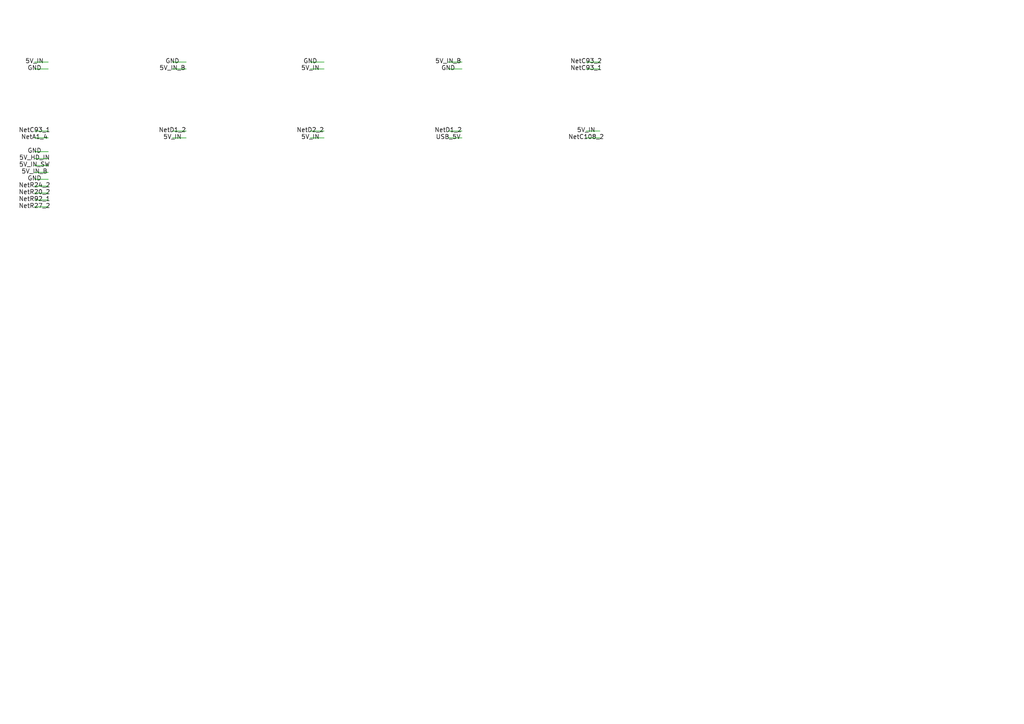
<source format=kicad_sch>
(kicad_sch
  (version 20231120)
  (generator "open_mmwave")
  (generator_version "8.0")
  (uuid "6b94fcd2-1aa1-4829-ba7a-ea44f5765920")
  (paper "A4")

  (symbol
    (lib_id "open_mmwave:CAP")
    (at 20 20 0)
    (uuid "124225fb-2078-45c3-b3c8-eb83abb86283")
    (property "Reference" "C1"
      (at 20 18 0)
      (effects (font (size 1.27 1.27))))
    (property "Value" "10uF"
      (at 20 22 0)
      (effects (font (size 1.27 1.27))))
    (property "Footprint" "open_mmwave:0402"
      (at 20 24 0)
      (effects (font (size 1.27 1.27)) hide))
  )
  (wire
    (pts (xy 14 20) (xy 10 20))
    (uuid "1ddc9310-1a64-429f-9a23-f301206585d3"))
  (label "GND"
    (at 10 20 0)
    (uuid "6b447809-9b65-4e39-ae83-6f4d298d78cb")
    (effects (font (size 1.27 1.27))))
  (wire
    (pts (xy 14 18) (xy 10 18))
    (uuid "48513a3e-842c-4cd0-bb4b-7181f34074ad"))
  (label "5V_IN"
    (at 10 18 0)
    (uuid "01b09291-eb75-4144-b1b0-6de90d7aa7bb")
    (effects (font (size 1.27 1.27))))
  (symbol
    (lib_id "open_mmwave:CAP")
    (at 60 20 0)
    (uuid "29782509-0796-4566-aada-7ac3abd1e1d7")
    (property "Reference" "C122"
      (at 60 18 0)
      (effects (font (size 1.27 1.27))))
    (property "Value" "10uF"
      (at 60 22 0)
      (effects (font (size 1.27 1.27))))
    (property "Footprint" "open_mmwave:0402"
      (at 60 24 0)
      (effects (font (size 1.27 1.27)) hide))
  )
  (wire
    (pts (xy 54 20) (xy 50 20))
    (uuid "7096ca7e-59f4-43ce-a371-b23eca85b4f3"))
  (label "5V_IN_B"
    (at 50 20 0)
    (uuid "41f75a23-7e3e-40c9-8cf9-567d543bb54c")
    (effects (font (size 1.27 1.27))))
  (wire
    (pts (xy 54 18) (xy 50 18))
    (uuid "83514312-c01e-484a-8951-18370a32b154"))
  (label "GND"
    (at 50 18 0)
    (uuid "b7d198e4-b700-430b-9432-6cc1c98eef3f")
    (effects (font (size 1.27 1.27))))
  (symbol
    (lib_id "open_mmwave:CAP")
    (at 100 20 0)
    (uuid "3fbffab5-e35f-470b-b4d5-4abd60a8cc2b")
    (property "Reference" "C4"
      (at 100 18 0)
      (effects (font (size 1.27 1.27))))
    (property "Value" "10uF"
      (at 100 22 0)
      (effects (font (size 1.27 1.27))))
    (property "Footprint" "open_mmwave:0402"
      (at 100 24 0)
      (effects (font (size 1.27 1.27)) hide))
  )
  (wire
    (pts (xy 94 20) (xy 90 20))
    (uuid "eac48ffc-3279-4cff-a015-9673d43d2604"))
  (label "5V_IN"
    (at 90 20 0)
    (uuid "24977a3d-2272-4c81-aa75-daa39a0423ac")
    (effects (font (size 1.27 1.27))))
  (wire
    (pts (xy 94 18) (xy 90 18))
    (uuid "6ee7a6a9-c898-4bd2-b517-cdd90d69c88e"))
  (label "GND"
    (at 90 18 0)
    (uuid "a0645de6-8eac-47a6-9cb6-edda546ce67c")
    (effects (font (size 1.27 1.27))))
  (symbol
    (lib_id "open_mmwave:CAP")
    (at 140 20 0)
    (uuid "c658838c-57b4-4130-8102-2bac025a2fe5")
    (property "Reference" "C42"
      (at 140 18 0)
      (effects (font (size 1.27 1.27))))
    (property "Value" "10uF"
      (at 140 22 0)
      (effects (font (size 1.27 1.27))))
    (property "Footprint" "open_mmwave:0402"
      (at 140 24 0)
      (effects (font (size 1.27 1.27)) hide))
  )
  (wire
    (pts (xy 134 20) (xy 130 20))
    (uuid "66dc94a2-8e6e-4598-95a2-1b87c1782bee"))
  (label "GND"
    (at 130 20 0)
    (uuid "d0cd3ec5-015c-4525-9bd8-2b14a7e7e6b5")
    (effects (font (size 1.27 1.27))))
  (wire
    (pts (xy 134 18) (xy 130 18))
    (uuid "73b1977a-edf8-4a05-94b1-4620cd5d9135"))
  (label "5V_IN_B"
    (at 130 18 0)
    (uuid "b0d237c2-54e2-4e42-a229-cdbc147df7c7")
    (effects (font (size 1.27 1.27))))
  (symbol
    (lib_id "open_mmwave:CAP")
    (at 180 20 0)
    (uuid "4d1a93a5-d9d2-4a76-a4b3-19d9ff78668f")
    (property "Reference" "C93"
      (at 180 18 0)
      (effects (font (size 1.27 1.27))))
    (property "Value" "12pF"
      (at 180 22 0)
      (effects (font (size 1.27 1.27))))
    (property "Footprint" "open_mmwave:0402"
      (at 180 24 0)
      (effects (font (size 1.27 1.27)) hide))
  )
  (wire
    (pts (xy 174 20) (xy 170 20))
    (uuid "e9145afd-0a2e-47b4-9d71-a61ea077bf54"))
  (label "NetC93_1"
    (at 170 20 0)
    (uuid "852849d2-6667-4194-ac22-46fa300b11fd")
    (effects (font (size 1.27 1.27))))
  (wire
    (pts (xy 174 18) (xy 170 18))
    (uuid "6eb1a952-4272-4af8-8f57-eedcc63bdcac"))
  (label "NetC93_2"
    (at 170 18 0)
    (uuid "a366d3b5-2a69-48cd-89a8-2dc996409c57")
    (effects (font (size 1.27 1.27))))
  (symbol
    (lib_id "open_mmwave:CAP")
    (at 20 40 0)
    (uuid "cc6f749d-b2fc-48a4-b8d4-3ff6a4a9ca9b")
    (property "Reference" "C99"
      (at 20 38 0)
      (effects (font (size 1.27 1.27))))
    (property "Value" "1.8pF"
      (at 20 42 0)
      (effects (font (size 1.27 1.27))))
    (property "Footprint" "open_mmwave:0402"
      (at 20 44 0)
      (effects (font (size 1.27 1.27)) hide))
  )
  (wire
    (pts (xy 14 40) (xy 10 40))
    (uuid "ffe0536c-cf76-4271-b283-6c1ae75e4551"))
  (label "NetA1_4"
    (at 10 40 0)
    (uuid "331d6f9b-06f1-41ae-a5cf-05913cd1bec4")
    (effects (font (size 1.27 1.27))))
  (wire
    (pts (xy 14 38) (xy 10 38))
    (uuid "5450d434-77cd-4f30-a656-e7b2b9f3096e"))
  (label "NetC93_1"
    (at 10 38 0)
    (uuid "7d19968c-4402-411f-9e2f-22fae99f43f0")
    (effects (font (size 1.27 1.27))))
  (symbol
    (lib_id "open_mmwave:DIODE")
    (at 60 40 0)
    (uuid "a708f498-b533-4a24-ab56-146fa2651c64")
    (property "Reference" "D1"
      (at 60 38 0)
      (effects (font (size 1.27 1.27))))
    (property "Value" "D1"
      (at 60 42 0)
      (effects (font (size 1.27 1.27))))
    (property "Footprint" "open_mmwave:SOT-23"
      (at 60 44 0)
      (effects (font (size 1.27 1.27)) hide))
  )
  (wire
    (pts (xy 54 40) (xy 50 40))
    (uuid "6997bfdf-75db-496b-b7a1-57de3f84448e"))
  (label "5V_IN"
    (at 50 40 0)
    (uuid "4517859c-fa28-4627-bfc1-460b241501ae")
    (effects (font (size 1.27 1.27))))
  (wire
    (pts (xy 54 38) (xy 50 38))
    (uuid "88b82483-9dad-4310-b06f-c2d261ee5f9b"))
  (label "NetD1_2"
    (at 50 38 0)
    (uuid "897de662-cc02-4dc0-b985-15a8f567b260")
    (effects (font (size 1.27 1.27))))
  (symbol
    (lib_id "open_mmwave:DIODE")
    (at 100 40 0)
    (uuid "57a3fde7-3fee-464b-a9fd-35ed14b1e447")
    (property "Reference" "D2"
      (at 100 38 0)
      (effects (font (size 1.27 1.27))))
    (property "Value" "D2"
      (at 100 42 0)
      (effects (font (size 1.27 1.27))))
    (property "Footprint" "open_mmwave:SOT-23"
      (at 100 44 0)
      (effects (font (size 1.27 1.27)) hide))
  )
  (wire
    (pts (xy 94 40) (xy 90 40))
    (uuid "1ee16955-84d0-4dad-bd08-603dfe1674ef"))
  (label "5V_IN"
    (at 90 40 0)
    (uuid "5c65bee4-edcb-45a4-86f9-4ef60f996164")
    (effects (font (size 1.27 1.27))))
  (wire
    (pts (xy 94 38) (xy 90 38))
    (uuid "91042e1b-526b-420d-91b7-11fdaa4e8b6a"))
  (label "NetD2_2"
    (at 90 38 0)
    (uuid "a413b730-6c63-4ea9-b6ec-a4977ff76bd3")
    (effects (font (size 1.27 1.27))))
  (symbol
    (lib_id "open_mmwave:FERRITE")
    (at 140 40 0)
    (uuid "6af50751-1896-40bd-a144-7d95918a0a80")
    (property "Reference" "FL2"
      (at 140 38 0)
      (effects (font (size 1.27 1.27))))
    (property "Value" "FL2"
      (at 140 42 0)
      (effects (font (size 1.27 1.27))))
    (property "Footprint" "open_mmwave:GENERIC"
      (at 140 44 0)
      (effects (font (size 1.27 1.27)) hide))
  )
  (wire
    (pts (xy 134 40) (xy 130 40))
    (uuid "f8a99703-90fd-4583-8a5d-9215059373c1"))
  (label "USB_5V"
    (at 130 40 0)
    (uuid "d2d7e0d8-86f9-4878-9c22-566c9f26cf93")
    (effects (font (size 1.27 1.27))))
  (wire
    (pts (xy 134 38) (xy 130 38))
    (uuid "86efabb8-4666-4a4a-b0b7-0a7f8d89d229"))
  (label "NetD1_2"
    (at 130 38 0)
    (uuid "b0127cfa-f151-45ca-a352-9f5d48a3ac9a")
    (effects (font (size 1.27 1.27))))
  (symbol
    (lib_id "open_mmwave:FERRITE")
    (at 180 40 0)
    (uuid "56e43093-5d72-442a-84f8-6df49a68f744")
    (property "Reference" "FL3"
      (at 180 38 0)
      (effects (font (size 1.27 1.27))))
    (property "Value" "FL3"
      (at 180 42 0)
      (effects (font (size 1.27 1.27))))
    (property "Footprint" "open_mmwave:GENERIC"
      (at 180 44 0)
      (effects (font (size 1.27 1.27)) hide))
  )
  (wire
    (pts (xy 174 40) (xy 170 40))
    (uuid "b804832f-2097-4820-a67a-7b7861022a78"))
  (label "NetC108_2"
    (at 170 40 0)
    (uuid "7b3d5577-bad3-458a-9c13-8a21ba073ced")
    (effects (font (size 1.27 1.27))))
  (wire
    (pts (xy 174 38) (xy 170 38))
    (uuid "f46179ab-7b22-4323-ab55-7ce69a2447f4"))
  (label "5V_IN"
    (at 170 38 0)
    (uuid "0000e926-27a8-4e26-b771-a0da22106803")
    (effects (font (size 1.27 1.27))))
  (symbol
    (lib_id "open_mmwave:TPS2115A")
    (at 20 60 0)
    (uuid "ced164b4-7525-4947-911e-9300a359f730")
    (property "Reference" "U19"
      (at 20 58 0)
      (effects (font (size 1.27 1.27))))
    (property "Value" "U19"
      (at 20 62 0)
      (effects (font (size 1.27 1.27))))
    (property "Footprint" "open_mmwave:SOIC-8"
      (at 20 64 0)
      (effects (font (size 1.27 1.27)) hide))
  )
  (wire
    (pts (xy 14 60) (xy 10 60))
    (uuid "e986a78e-72bf-4435-b576-d635259f796c"))
  (label "NetR27_2"
    (at 10 60 0)
    (uuid "1fe05128-9275-4710-853a-7d09f43785ba")
    (effects (font (size 1.27 1.27))))
  (wire
    (pts (xy 14 58) (xy 10 58))
    (uuid "59d14fe9-6fc6-42d2-998b-0b21fe3ecdb1"))
  (label "NetR92_1"
    (at 10 58 0)
    (uuid "92e2924b-ad78-4264-b31c-82a268893478")
    (effects (font (size 1.27 1.27))))
  (wire
    (pts (xy 14 56) (xy 10 56))
    (uuid "8698403a-a1b4-42c2-9c67-7d8b43f35b6a"))
  (label "NetR20_2"
    (at 10 56 0)
    (uuid "e2ffba66-503e-44cc-a265-229d68fbb79c")
    (effects (font (size 1.27 1.27))))
  (wire
    (pts (xy 14 54) (xy 10 54))
    (uuid "72bcfd4d-51f4-44fe-9efe-1a7b9f7744cf"))
  (label "NetR24_2"
    (at 10 54 0)
    (uuid "1b9ac07a-9c27-445f-a7af-10a44b38f302")
    (effects (font (size 1.27 1.27))))
  (wire
    (pts (xy 14 52) (xy 10 52))
    (uuid "5febb26a-e671-45df-b02d-520f69302c11"))
  (label "GND"
    (at 10 52 0)
    (uuid "1482a7f3-8a7e-498b-b44c-e12b4a7524d2")
    (effects (font (size 1.27 1.27))))
  (wire
    (pts (xy 14 50) (xy 10 50))
    (uuid "20844db4-cc9f-45b8-bf58-fcb6ff5ec09f"))
  (label "5V_IN_B"
    (at 10 50 0)
    (uuid "c854f28f-df0b-4cd7-a4af-f8172bd69b57")
    (effects (font (size 1.27 1.27))))
  (wire
    (pts (xy 14 48) (xy 10 48))
    (uuid "52b7d25c-eb93-4e87-a2de-8627cc61d43d"))
  (label "5V_IN_SW"
    (at 10 48 0)
    (uuid "6f5abe36-7a22-49b1-897c-42fea1cdf496")
    (effects (font (size 1.27 1.27))))
  (wire
    (pts (xy 14 46) (xy 10 46))
    (uuid "99374edf-e863-4661-acf9-6158a8e53733"))
  (label "5V_HD_IN"
    (at 10 46 0)
    (uuid "c5751c7d-be39-44e3-8bc9-a1c164384257")
    (effects (font (size 1.27 1.27))))
  (wire
    (pts (xy 14 44) (xy 10 44))
    (uuid "9763d292-1b62-4bcb-9aa4-4feb2dac6199"))
  (label "GND"
    (at 10 44 0)
    (uuid "4712f1bd-12b5-41db-b62e-deb47fda55a0")
    (effects (font (size 1.27 1.27))))
  (symbol
    (lib_id "open_mmwave:PWR_FLAG")
    (at 20 260 0)
    (uuid "9af02ddc-5fcb-4703-915d-6863b4df7704")
    (property "Reference" "#PWR000"
      (at 20 258 0)
      (effects (font (size 1.27 1.27)) hide))
    (property "Value" "PWR_FLAG"
      (at 20 262 0)
      (effects (font (size 1.27 1.27))))
  )
  (label "5V_HD_IN"
    (at 24 260 0)
    (uuid "27fe4320-395e-427c-81cf-18a9776b9c36")
    (effects (font (size 1.27 1.27))))
  (symbol
    (lib_id "open_mmwave:PWR_FLAG")
    (at 35 260 0)
    (uuid "71b1b06e-7cbb-4a53-80f3-bfe0ee4dd62d")
    (property "Reference" "#PWR001"
      (at 35 258 0)
      (effects (font (size 1.27 1.27)) hide))
    (property "Value" "PWR_FLAG"
      (at 35 262 0)
      (effects (font (size 1.27 1.27))))
  )
  (label "5V_IN"
    (at 39 260 0)
    (uuid "fce19833-1af6-4172-b571-e96ecdebc0c8")
    (effects (font (size 1.27 1.27))))
  (symbol
    (lib_id "open_mmwave:PWR_FLAG")
    (at 50 260 0)
    (uuid "bc43055d-53be-4124-af6b-1f3b3049277f")
    (property "Reference" "#PWR002"
      (at 50 258 0)
      (effects (font (size 1.27 1.27)) hide))
    (property "Value" "PWR_FLAG"
      (at 50 262 0)
      (effects (font (size 1.27 1.27))))
  )
  (label "5V_IN_B"
    (at 54 260 0)
    (uuid "9e1af490-cec5-45fa-be8c-010268ccf214")
    (effects (font (size 1.27 1.27))))
  (symbol
    (lib_id "open_mmwave:PWR_FLAG")
    (at 65 260 0)
    (uuid "5ab97602-7eab-455a-9888-485e56950373")
    (property "Reference" "#PWR003"
      (at 65 258 0)
      (effects (font (size 1.27 1.27)) hide))
    (property "Value" "PWR_FLAG"
      (at 65 262 0)
      (effects (font (size 1.27 1.27))))
  )
  (label "5V_IN_SW"
    (at 69 260 0)
    (uuid "7b54527f-6ae6-4fec-ad4e-75662704de0e")
    (effects (font (size 1.27 1.27))))
  (symbol
    (lib_id "open_mmwave:PWR_FLAG")
    (at 80 260 0)
    (uuid "67647539-75f3-4cdf-a177-a04395c1323e")
    (property "Reference" "#PWR004"
      (at 80 258 0)
      (effects (font (size 1.27 1.27)) hide))
    (property "Value" "PWR_FLAG"
      (at 80 262 0)
      (effects (font (size 1.27 1.27))))
  )
  (label "GND"
    (at 84 260 0)
    (uuid "3a855f32-fad8-4d98-8f5b-11edd23ae05e")
    (effects (font (size 1.27 1.27))))

  (symbol_instances
    (path "/124225fb-2078-45c3-b3c8-eb83abb86283"
      (reference "C1")
      (unit 1)
      (value "10uF")
      (footprint "open_mmwave:0402"))
    (path "/29782509-0796-4566-aada-7ac3abd1e1d7"
      (reference "C122")
      (unit 1)
      (value "10uF")
      (footprint "open_mmwave:0402"))
    (path "/3fbffab5-e35f-470b-b4d5-4abd60a8cc2b"
      (reference "C4")
      (unit 1)
      (value "10uF")
      (footprint "open_mmwave:0402"))
    (path "/c658838c-57b4-4130-8102-2bac025a2fe5"
      (reference "C42")
      (unit 1)
      (value "10uF")
      (footprint "open_mmwave:0402"))
    (path "/4d1a93a5-d9d2-4a76-a4b3-19d9ff78668f"
      (reference "C93")
      (unit 1)
      (value "12pF")
      (footprint "open_mmwave:0402"))
    (path "/cc6f749d-b2fc-48a4-b8d4-3ff6a4a9ca9b"
      (reference "C99")
      (unit 1)
      (value "1.8pF")
      (footprint "open_mmwave:0402"))
    (path "/a708f498-b533-4a24-ab56-146fa2651c64"
      (reference "D1")
      (unit 1)
      (value "D1")
      (footprint "open_mmwave:SOT-23"))
    (path "/57a3fde7-3fee-464b-a9fd-35ed14b1e447"
      (reference "D2")
      (unit 1)
      (value "D2")
      (footprint "open_mmwave:SOT-23"))
    (path "/6af50751-1896-40bd-a144-7d95918a0a80"
      (reference "FL2")
      (unit 1)
      (value "FL2")
      (footprint "open_mmwave:GENERIC"))
    (path "/56e43093-5d72-442a-84f8-6df49a68f744"
      (reference "FL3")
      (unit 1)
      (value "FL3")
      (footprint "open_mmwave:GENERIC"))
    (path "/ced164b4-7525-4947-911e-9300a359f730"
      (reference "U19")
      (unit 1)
      (value "U19")
      (footprint "open_mmwave:SOIC-8"))
    (path "/9af02ddc-5fcb-4703-915d-6863b4df7704"
      (reference "#PWR000")
      (unit 1)
      (value "PWR_FLAG")
      (footprint ""))
    (path "/71b1b06e-7cbb-4a53-80f3-bfe0ee4dd62d"
      (reference "#PWR001")
      (unit 1)
      (value "PWR_FLAG")
      (footprint ""))
    (path "/bc43055d-53be-4124-af6b-1f3b3049277f"
      (reference "#PWR002")
      (unit 1)
      (value "PWR_FLAG")
      (footprint ""))
    (path "/5ab97602-7eab-455a-9888-485e56950373"
      (reference "#PWR003")
      (unit 1)
      (value "PWR_FLAG")
      (footprint ""))
    (path "/67647539-75f3-4cdf-a177-a04395c1323e"
      (reference "#PWR004")
      (unit 1)
      (value "PWR_FLAG")
      (footprint ""))
  )
)
</source>
